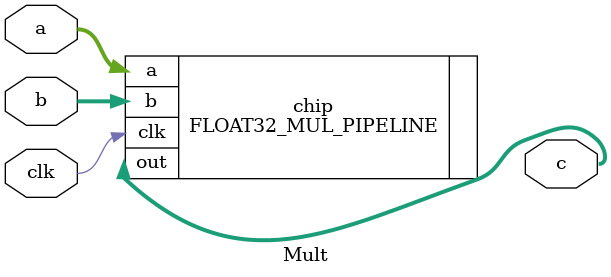
<source format=v>
`timescale 1ns / 1ps


module Mult#(
    parameter BITWIDTH = 32
)(
    input [BITWIDTH - 1:0] a,
    input [BITWIDTH - 1:0] b,
    input clk,
    output [BITWIDTH - 1:0] c
);
    FLOAT32_MUL_PIPELINE chip (
        .a(a), .b(b), .out(c),
        .clk(clk)
    );
endmodule

</source>
